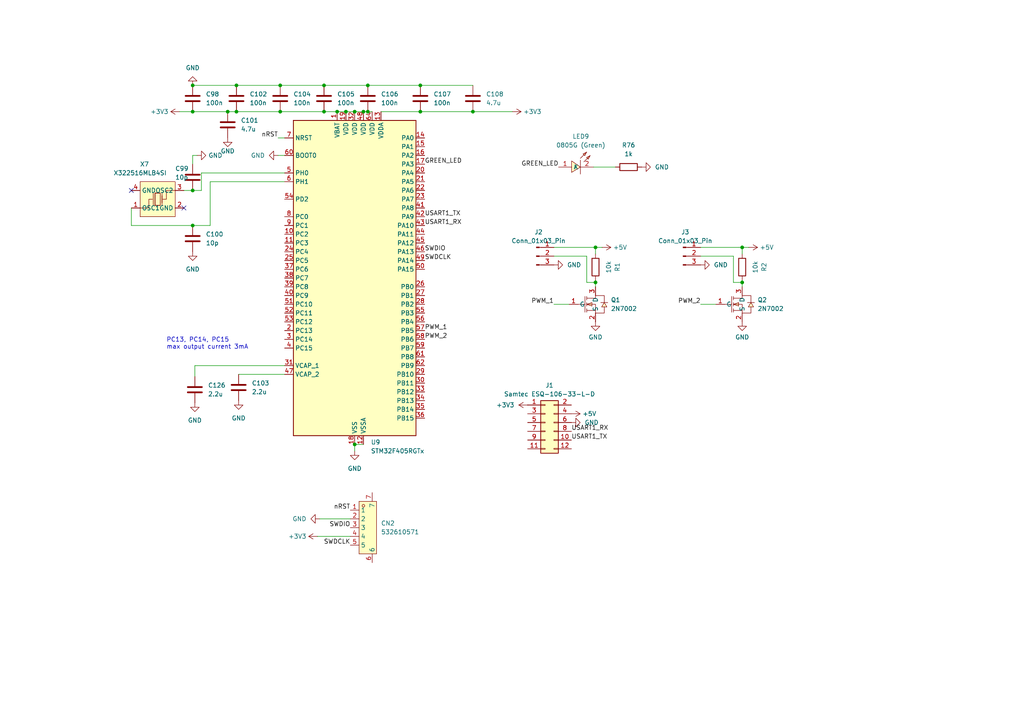
<source format=kicad_sch>
(kicad_sch (version 20250114) (generator "eeschema") (generator_version "9.0")
  (paper "A4")
  (lib_symbols
    (symbol "Connector:Conn_01x03_Pin" (pin_names (offset 1.016) (hide yes))
      (property "Reference" "J" (at 0 5.08 0))
      (property "Value" "Conn_01x03_Pin" (at 0 -5.08 0))
      (symbol "Conn_01x03_Pin_1_1"
        (rectangle (start 0.8636 2.667) (end 0 2.413) (stroke (width 0.1524)) (fill (type outline)))
        (rectangle (start 0.8636 0.127) (end 0 -0.127) (stroke (width 0.1524)) (fill (type outline)))
        (rectangle (start 0.8636 -2.413) (end 0 -2.667) (stroke (width 0.1524)) (fill (type outline)))
        (polyline (pts (xy 1.27 2.54) (xy 0.8636 2.54)) (stroke (width 0.1524)))
        (polyline (pts (xy 1.27 0) (xy 0.8636 0)) (stroke (width 0.1524)))
        (polyline (pts (xy 1.27 -2.54) (xy 0.8636 -2.54)) (stroke (width 0.1524)))
        (pin passive line (at 5.08 2.54 180) (length 3.81) (name "Pin_1") (number "1"))
        (pin passive line (at 5.08 0 180) (length 3.81) (name "Pin_2") (number "2"))
        (pin passive line (at 5.08 -2.54 180) (length 3.81) (name "Pin_3") (number "3"))
      )
    )
    (symbol "Connector_Generic:Conn_02x06_Odd_Even" (pin_names (offset 1.016) (hide yes))
      (property "Reference" "J" (at 1.27 7.62 0))
      (property "Value" "Conn_02x06_Odd_Even" (at 1.27 -10.16 0))
      (symbol "Conn_02x06_Odd_Even_1_1"
        (rectangle (start -1.27 6.35) (end 3.81 -8.89) (stroke (width 0.254)) (fill (type background)))
        (rectangle (start -1.27 5.207) (end 0 4.953) (stroke (width 0.1524)))
        (rectangle (start -1.27 2.667) (end 0 2.413) (stroke (width 0.1524)))
        (rectangle (start -1.27 0.127) (end 0 -0.127) (stroke (width 0.1524)))
        (rectangle (start -1.27 -2.413) (end 0 -2.667) (stroke (width 0.1524)))
        (rectangle (start -1.27 -4.953) (end 0 -5.207) (stroke (width 0.1524)))
        (rectangle (start -1.27 -7.493) (end 0 -7.747) (stroke (width 0.1524)))
        (rectangle (start 3.81 5.207) (end 2.54 4.953) (stroke (width 0.1524)))
        (rectangle (start 3.81 2.667) (end 2.54 2.413) (stroke (width 0.1524)))
        (rectangle (start 3.81 0.127) (end 2.54 -0.127) (stroke (width 0.1524)))
        (rectangle (start 3.81 -2.413) (end 2.54 -2.667) (stroke (width 0.1524)))
        (rectangle (start 3.81 -4.953) (end 2.54 -5.207) (stroke (width 0.1524)))
        (rectangle (start 3.81 -7.493) (end 2.54 -7.747) (stroke (width 0.1524)))
        (pin passive line (at -5.08 5.08 0) (length 3.81) (name "Pin_1") (number "1"))
        (pin passive line (at -5.08 2.54 0) (length 3.81) (name "Pin_3") (number "3"))
        (pin passive line (at -5.08 0 0) (length 3.81) (name "Pin_5") (number "5"))
        (pin passive line (at -5.08 -2.54 0) (length 3.81) (name "Pin_7") (number "7"))
        (pin passive line (at -5.08 -5.08 0) (length 3.81) (name "Pin_9") (number "9"))
        (pin passive line (at -5.08 -7.62 0) (length 3.81) (name "Pin_11") (number "11"))
        (pin passive line (at 7.62 5.08 180) (length 3.81) (name "Pin_2") (number "2"))
        (pin passive line (at 7.62 2.54 180) (length 3.81) (name "Pin_4") (number "4"))
        (pin passive line (at 7.62 0 180) (length 3.81) (name "Pin_6") (number "6"))
        (pin passive line (at 7.62 -2.54 180) (length 3.81) (name "Pin_8") (number "8"))
        (pin passive line (at 7.62 -5.08 180) (length 3.81) (name "Pin_10") (number "10"))
        (pin passive line (at 7.62 -7.62 180) (length 3.81) (name "Pin_12") (number "12"))
      )
    )
    (symbol "Device:C" (pin_numbers (hide yes)) (pin_names (offset 0.254))
      (property "Reference" "C" (at 0.635 2.54 0))
      (property "Value" "C" (at 0.635 -2.54 0))
      (symbol "C_0_1"
        (polyline (pts (xy -2.032 0.762) (xy 2.032 0.762)) (stroke (width 0.508)))
        (polyline (pts (xy -2.032 -0.762) (xy 2.032 -0.762)) (stroke (width 0.508)))
      )
      (symbol "C_1_1"
        (pin passive line (at 0 3.81 270) (length 2.794) (name "~") (number "1"))
        (pin passive line (at 0 -3.81 90) (length 2.794) (name "~") (number "2"))
      )
    )
    (symbol "Device:R" (pin_numbers (hide yes)) (pin_names (offset 0))
      (property "Reference" "R" (at 2.032 0 90))
      (property "Value" "R" (at 0 0 90))
      (symbol "R_0_1"
        (rectangle (start -1.016 -2.54) (end 1.016 2.54) (stroke (width 0.254)))
      )
      (symbol "R_1_1"
        (pin passive line (at 0 3.81 270) (length 1.27) (name "~") (number "1"))
        (pin passive line (at 0 -3.81 90) (length 1.27) (name "~") (number "2"))
      )
    )
    (symbol "MCU_ST_STM32F4:STM32F405RGTx"
      (property "Reference" "U" (at -17.78 46.99 0))
      (property "Value" "STM32F405RGTx" (at 10.16 46.99 0))
      (symbol "STM32F405RGTx_0_1"
        (rectangle (start -17.78 -45.72) (end 17.78 45.72) (stroke (width 0.254)) (fill (type background)))
      )
      (symbol "STM32F405RGTx_1_1"
        (pin input line (at -20.32 40.64 0) (length 2.54) (name "NRST") (number "7"))
        (pin input line (at -20.32 35.56 0) (length 2.54) (name "BOOT0") (number "60"))
        (pin bidirectional line (at -20.32 30.48 0) (length 2.54) (name "PH0") (number "5"))
        (pin bidirectional line (at -20.32 27.94 0) (length 2.54) (name "PH1") (number "6"))
        (pin bidirectional line (at -20.32 22.86 0) (length 2.54) (name "PD2") (number "54"))
        (pin bidirectional line (at -20.32 17.78 0) (length 2.54) (name "PC0") (number "8"))
        (pin bidirectional line (at -20.32 15.24 0) (length 2.54) (name "PC1") (number "9"))
        (pin bidirectional line (at -20.32 12.7 0) (length 2.54) (name "PC2") (number "10"))
        (pin bidirectional line (at -20.32 10.16 0) (length 2.54) (name "PC3") (number "11"))
        (pin bidirectional line (at -20.32 7.62 0) (length 2.54) (name "PC4") (number "24"))
        (pin bidirectional line (at -20.32 5.08 0) (length 2.54) (name "PC5") (number "25"))
        (pin bidirectional line (at -20.32 2.54 0) (length 2.54) (name "PC6") (number "37"))
        (pin bidirectional line (at -20.32 0 0) (length 2.54) (name "PC7") (number "38"))
        (pin bidirectional line (at -20.32 -2.54 0) (length 2.54) (name "PC8") (number "39"))
        (pin bidirectional line (at -20.32 -5.08 0) (length 2.54) (name "PC9") (number "40"))
        (pin bidirectional line (at -20.32 -7.62 0) (length 2.54) (name "PC10") (number "51"))
        (pin bidirectional line (at -20.32 -10.16 0) (length 2.54) (name "PC11") (number "52"))
        (pin bidirectional line (at -20.32 -12.7 0) (length 2.54) (name "PC12") (number "53"))
        (pin bidirectional line (at -20.32 -15.24 0) (length 2.54) (name "PC13") (number "2"))
        (pin bidirectional line (at -20.32 -17.78 0) (length 2.54) (name "PC14") (number "3"))
        (pin bidirectional line (at -20.32 -20.32 0) (length 2.54) (name "PC15") (number "4"))
        (pin power_out line (at -20.32 -25.4 0) (length 2.54) (name "VCAP_1") (number "31"))
        (pin power_out line (at -20.32 -27.94 0) (length 2.54) (name "VCAP_2") (number "47"))
        (pin power_in line (at -5.08 48.26 270) (length 2.54) (name "VBAT") (number "1"))
        (pin power_in line (at -2.54 48.26 270) (length 2.54) (name "VDD") (number "19"))
        (pin power_in line (at 0 48.26 270) (length 2.54) (name "VDD") (number "32"))
        (pin power_in line (at 0 -48.26 90) (length 2.54) (name "VSS") (number "18"))
        (pin passive line (at 0 -48.26 90) (length 2.54) (hide yes) (name "VSS") (number "63"))
        (pin power_in line (at 2.54 48.26 270) (length 2.54) (name "VDD") (number "48"))
        (pin power_in line (at 2.54 -48.26 90) (length 2.54) (name "VSSA") (number "12"))
        (pin power_in line (at 5.08 48.26 270) (length 2.54) (name "VDD") (number "64"))
        (pin power_in line (at 7.62 48.26 270) (length 2.54) (name "VDDA") (number "13"))
        (pin bidirectional line (at 20.32 40.64 180) (length 2.54) (name "PA0") (number "14"))
        (pin bidirectional line (at 20.32 38.1 180) (length 2.54) (name "PA1") (number "15"))
        (pin bidirectional line (at 20.32 35.56 180) (length 2.54) (name "PA2") (number "16"))
        (pin bidirectional line (at 20.32 33.02 180) (length 2.54) (name "PA3") (number "17"))
        (pin bidirectional line (at 20.32 30.48 180) (length 2.54) (name "PA4") (number "20"))
        (pin bidirectional line (at 20.32 27.94 180) (length 2.54) (name "PA5") (number "21"))
        (pin bidirectional line (at 20.32 25.4 180) (length 2.54) (name "PA6") (number "22"))
        (pin bidirectional line (at 20.32 22.86 180) (length 2.54) (name "PA7") (number "23"))
        (pin bidirectional line (at 20.32 20.32 180) (length 2.54) (name "PA8") (number "41"))
        (pin bidirectional line (at 20.32 17.78 180) (length 2.54) (name "PA9") (number "42"))
        (pin bidirectional line (at 20.32 15.24 180) (length 2.54) (name "PA10") (number "43"))
        (pin bidirectional line (at 20.32 12.7 180) (length 2.54) (name "PA11") (number "44"))
        (pin bidirectional line (at 20.32 10.16 180) (length 2.54) (name "PA12") (number "45"))
        (pin bidirectional line (at 20.32 7.62 180) (length 2.54) (name "PA13") (number "46"))
        (pin bidirectional line (at 20.32 5.08 180) (length 2.54) (name "PA14") (number "49"))
        (pin bidirectional line (at 20.32 2.54 180) (length 2.54) (name "PA15") (number "50"))
        (pin bidirectional line (at 20.32 -2.54 180) (length 2.54) (name "PB0") (number "26"))
        (pin bidirectional line (at 20.32 -5.08 180) (length 2.54) (name "PB1") (number "27"))
        (pin bidirectional line (at 20.32 -7.62 180) (length 2.54) (name "PB2") (number "28"))
        (pin bidirectional line (at 20.32 -10.16 180) (length 2.54) (name "PB3") (number "55"))
        (pin bidirectional line (at 20.32 -12.7 180) (length 2.54) (name "PB4") (number "56"))
        (pin bidirectional line (at 20.32 -15.24 180) (length 2.54) (name "PB5") (number "57"))
        (pin bidirectional line (at 20.32 -17.78 180) (length 2.54) (name "PB6") (number "58"))
        (pin bidirectional line (at 20.32 -20.32 180) (length 2.54) (name "PB7") (number "59"))
        (pin bidirectional line (at 20.32 -22.86 180) (length 2.54) (name "PB8") (number "61"))
        (pin bidirectional line (at 20.32 -25.4 180) (length 2.54) (name "PB9") (number "62"))
        (pin bidirectional line (at 20.32 -27.94 180) (length 2.54) (name "PB10") (number "29"))
        (pin bidirectional line (at 20.32 -30.48 180) (length 2.54) (name "PB11") (number "30"))
        (pin bidirectional line (at 20.32 -33.02 180) (length 2.54) (name "PB12") (number "33"))
        (pin bidirectional line (at 20.32 -35.56 180) (length 2.54) (name "PB13") (number "34"))
        (pin bidirectional line (at 20.32 -38.1 180) (length 2.54) (name "PB14") (number "35"))
        (pin bidirectional line (at 20.32 -40.64 180) (length 2.54) (name "PB15") (number "36"))
      )
    )
    (symbol "Rocketry_Easyeda:0805G(Green)"
      (property "Reference" "LED" (at 0 5.08 0))
      (property "Value" "0805G (Green)" (at 0 -5.08 0))
      (symbol "0805G(Green)_0_1"
        (polyline (pts (xy -4.06 3.3) (xy -3.05 2.79) (xy -3.56 2.29) (xy -4.06 3.3)) (fill (type background)))
        (polyline (pts (xy -3.05 4.32) (xy -2.03 3.81) (xy -2.54 3.3) (xy -3.05 4.32)) (fill (type background)))
        (polyline (pts (xy -2.29 1.52) (xy -4.06 3.3)))
        (polyline (pts (xy -1.27 2.54) (xy -3.05 4.32)))
        (polyline (pts (xy -1.27 2.03) (xy -1.27 -2.03)))
        (polyline (pts (xy 1.27 -1.52) (xy -1.27 0) (xy 1.27 1.78) (xy 1.27 -1.52)) (fill (type background)))
        (pin unspecified line (at -5.08 0 0) (length 3.81) (name "K") (number "2"))
        (pin unspecified line (at 5.08 0 180) (length 3.81) (name "A") (number "1"))
      )
    )
    (symbol "Rocketry_Easyeda:2N7002"
      (property "Reference" "Q" (at 0 10.16 0))
      (property "Value" "2N7002" (at 0 -10.16 0))
      (symbol "2N7002_0_1"
        (polyline (pts (xy -2.54 0) (xy -0.51 0)))
        (polyline (pts (xy -0.51 2.29) (xy -0.51 -2.29)))
        (polyline (pts (xy 0 2.29) (xy 0 1.27)))
        (polyline (pts (xy 0 1.78) (xy 2.54 1.78) (xy 2.54 2.54) (xy 5.08 2.54) (xy 5.08 0.51)))
        (polyline (pts (xy 0 0) (xy 1.52 -0.51) (xy 1.52 0.51) (xy 0 0)) (fill (type background)))
        (polyline (pts (xy 0 0) (xy 2.54 0) (xy 2.54 -2.54) (xy 5.08 -2.54) (xy 5.08 -0.76)))
        (polyline (pts (xy 0 -0.51) (xy 0 0.51)))
        (polyline (pts (xy 0 -2.29) (xy 0 -1.27)))
        (polyline (pts (xy 2.54 -1.78) (xy 0 -1.78)))
        (polyline (pts (xy 5.08 0.51) (xy 4.32 -0.76) (xy 5.84 -0.76) (xy 5.08 0.51)) (fill (type background)))
        (polyline (pts (xy 6.1 0.51) (xy 5.59 0.51) (xy 4.57 0.51) (xy 4.06 0.51)))
        (pin unspecified line (at -5.08 0 0) (length 2.54) (name "G") (number "1"))
        (pin unspecified line (at 2.54 5.08 270) (length 2.54) (name "D") (number "3"))
        (pin unspecified line (at 2.54 -5.08 90) (length 2.54) (name "S") (number "2"))
      )
    )
    (symbol "Rocketry_Easyeda:532610571"
      (property "Reference" "CN" (at 0 15.24 0))
      (property "Value" "532610571" (at 0 -15.24 0))
      (symbol "532610571_0_1"
        (rectangle (start -1.27 7.62) (end 3.81 -7.62) (fill (type background)))
        (circle (center 0 6.35) (radius 0.38))
        (pin unspecified line (at -3.81 5.08 0) (length 2.54) (name "1") (number "1"))
        (pin unspecified line (at -3.81 2.54 0) (length 2.54) (name "2") (number "2"))
        (pin unspecified line (at -3.81 0 0) (length 2.54) (name "3") (number "3"))
        (pin unspecified line (at -3.81 -2.54 0) (length 2.54) (name "4") (number "4"))
        (pin unspecified line (at -3.81 -5.08 0) (length 2.54) (name "5") (number "5"))
        (pin unspecified line (at 2.54 10.16 270) (length 2.54) (name "7") (number "7"))
        (pin unspecified line (at 2.54 -10.16 90) (length 2.54) (name "6") (number "6"))
      )
    )
    (symbol "Rocketry_Easyeda:X322516MLB4SI"
      (property "Reference" "X" (at 0 7.62 0))
      (property "Value" "X322516MLB4SI" (at 0 -7.62 0))
      (symbol "X322516MLB4SI_0_1"
        (rectangle (start -5.08 5.08) (end 5.08 -5.08) (fill (type background)))
        (polyline (pts (xy -5.08 -2.54) (xy -2.54 -2.54) (xy -2.54 0) (xy -1.52 0)))
        (polyline (pts (xy -1.27 -1.02) (xy -1.27 1.02)))
        (polyline (pts (xy -1.27 -1.78) (xy -1.27 1.78)))
        (polyline (pts (xy -0.76 -1.78) (xy -0.76 1.78) (xy 0.76 1.78) (xy 0.76 -1.78)))
        (polyline (pts (xy 0.76 1.78) (xy 0.76 -1.78) (xy -0.76 -1.78) (xy -0.76 1.78) (xy 0.76 1.78)) (fill (type background)))
        (polyline (pts (xy 0.76 -1.78) (xy -0.76 -1.78)))
        (polyline (pts (xy 1.27 -1.02) (xy 1.27 1.02)))
        (polyline (pts (xy 1.27 -1.78) (xy 1.27 1.78)))
        (polyline (pts (xy 5.08 2.54) (xy 2.54 2.54) (xy 2.54 0) (xy 1.52 0)))
        (pin unspecified line (at -7.62 2.54 0) (length 2.54) (name "GND") (number "4"))
        (pin unspecified line (at -7.62 -2.54 0) (length 2.54) (name "OSC1") (number "1"))
        (pin unspecified line (at 7.62 2.54 180) (length 2.54) (name "OSC2") (number "3"))
        (pin unspecified line (at 7.62 -2.54 180) (length 2.54) (name "GND") (number "2"))
      )
    )
    (symbol "power:+3V3" (power) (pin_numbers (hide yes)) (pin_names (offset 0) (hide yes))
      (property "Value" "+3V3" (at 0 3.556 0))
      (symbol "+3V3_0_1"
        (polyline (pts (xy -0.762 1.27) (xy 0 2.54)))
        (polyline (pts (xy 0 2.54) (xy 0.762 1.27)))
        (polyline (pts (xy 0 0) (xy 0 2.54)))
      )
      (symbol "+3V3_1_1"
        (pin power_in line (at 0 0 90) (length 0) (name "~") (number "1"))
      )
    )
    (symbol "power:+5V" (power) (pin_numbers (hide yes)) (pin_names (offset 0) (hide yes))
      (property "Value" "+5V" (at 0 3.556 0))
      (symbol "+5V_0_1"
        (polyline (pts (xy -0.762 1.27) (xy 0 2.54)))
        (polyline (pts (xy 0 2.54) (xy 0.762 1.27)))
        (polyline (pts (xy 0 0) (xy 0 2.54)))
      )
      (symbol "+5V_1_1"
        (pin power_in line (at 0 0 90) (length 0) (name "~") (number "1"))
      )
    )
    (symbol "power:GND" (power) (pin_names (offset 0))
      (property "Value" "GND" (at 0 -3.81 0))
      (symbol "GND_0_1"
        (polyline (pts (xy 0 0) (xy 0 -1.27) (xy 1.27 -1.27) (xy 0 -2.54) (xy -1.27 -1.27) (xy 0 -1.27)))
      )
      (symbol "GND_1_1"
        (pin power_in line (at 0 0 270) (length 0) (hide yes) (name "GND") (number "1"))
      )
    )
  )
  (text "PC13, PC14, PC15\nmax output current 3mA" (at 48.26 99.695 0) (effects (font (size 1.27 1.27)) (justify left)))
  (junction (at 215.265 81.915))
  (junction (at 137.16 32.385))
  (junction (at 93.98 24.765))
  (junction (at 106.68 32.385))
  (junction (at 55.88 32.385))
  (junction (at 100.33 32.385))
  (junction (at 93.98 32.385))
  (junction (at 68.58 24.765))
  (junction (at 81.28 32.385))
  (junction (at 55.88 65.405))
  (junction (at 215.265 71.755))
  (junction (at 81.28 24.765))
  (junction (at 97.79 32.385))
  (junction (at 55.88 24.765))
  (junction (at 55.88 55.245))
  (junction (at 121.92 32.385))
  (junction (at 102.87 128.905))
  (junction (at 172.72 81.915))
  (junction (at 121.92 24.765))
  (junction (at 105.41 32.385))
  (junction (at 102.87 32.385))
  (junction (at 68.58 32.385))
  (junction (at 66.04 32.385))
  (junction (at 106.68 24.765))
  (junction (at 172.72 71.755))
  (no_connect (at 38.1 55.245))
  (no_connect (at 53.34 60.325))
  (wire (pts (xy 174.625 71.755) (xy 172.72 71.755)))
  (wire (pts (xy 110.49 32.385) (xy 121.92 32.385)))
  (wire (pts (xy 52.07 32.385) (xy 55.88 32.385)))
  (wire (pts (xy 81.28 32.385) (xy 93.98 32.385)))
  (wire (pts (xy 137.16 32.385) (xy 148.59 32.385)))
  (wire (pts (xy 69.215 108.585) (xy 82.55 108.585)))
  (wire (pts (xy 60.96 52.705) (xy 60.96 65.405)))
  (wire (pts (xy 68.58 32.385) (xy 81.28 32.385)))
  (wire (pts (xy 55.88 65.405) (xy 38.1 65.405)))
  (wire (pts (xy 92.71 150.495) (xy 101.6 150.495)))
  (wire (pts (xy 53.34 55.245) (xy 55.88 55.245)))
  (wire (pts (xy 172.72 81.28) (xy 172.72 81.915)))
  (wire (pts (xy 100.33 32.385) (xy 102.87 32.385)))
  (wire (pts (xy 93.98 24.765) (xy 106.68 24.765)))
  (wire (pts (xy 215.265 81.915) (xy 215.265 83.185)))
  (wire (pts (xy 56.515 106.045) (xy 82.55 106.045)))
  (wire (pts (xy 102.87 32.385) (xy 105.41 32.385)))
  (wire (pts (xy 172.72 71.755) (xy 172.72 73.66)))
  (wire (pts (xy 56.515 109.22) (xy 56.515 106.045)))
  (wire (pts (xy 57.15 45.085) (xy 55.88 45.085)))
  (wire (pts (xy 203.2 74.295) (xy 212.725 74.295)))
  (wire (pts (xy 66.04 32.385) (xy 68.58 32.385)))
  (wire (pts (xy 92.075 155.575) (xy 101.6 155.575)))
  (wire (pts (xy 97.79 32.385) (xy 100.33 32.385)))
  (wire (pts (xy 60.96 65.405) (xy 55.88 65.405)))
  (wire (pts (xy 106.68 24.765) (xy 121.92 24.765)))
  (wire (pts (xy 38.1 65.405) (xy 38.1 60.325)))
  (wire (pts (xy 121.92 24.765) (xy 137.16 24.765)))
  (wire (pts (xy 170.18 81.915) (xy 172.72 81.915)))
  (wire (pts (xy 215.265 81.28) (xy 215.265 81.915)))
  (wire (pts (xy 80.645 45.085) (xy 82.55 45.085)))
  (wire (pts (xy 212.725 74.295) (xy 212.725 81.915)))
  (wire (pts (xy 160.655 88.265) (xy 165.1 88.265)))
  (wire (pts (xy 172.72 81.915) (xy 172.72 83.185)))
  (wire (pts (xy 170.18 74.295) (xy 170.18 81.915)))
  (wire (pts (xy 68.58 24.765) (xy 81.28 24.765)))
  (wire (pts (xy 172.72 71.755) (xy 160.655 71.755)))
  (wire (pts (xy 55.88 32.385) (xy 66.04 32.385)))
  (wire (pts (xy 102.87 128.905) (xy 105.41 128.905)))
  (wire (pts (xy 172.1513 48.4618) (xy 178.5013 48.4618)))
  (wire (pts (xy 80.645 40.005) (xy 82.55 40.005)))
  (wire (pts (xy 55.88 24.765) (xy 68.58 24.765)))
  (wire (pts (xy 215.265 71.755) (xy 215.265 73.66)))
  (wire (pts (xy 217.17 71.755) (xy 215.265 71.755)))
  (wire (pts (xy 58.42 50.165) (xy 82.55 50.165)))
  (wire (pts (xy 55.88 45.085) (xy 55.88 47.625)))
  (wire (pts (xy 55.88 55.245) (xy 58.42 55.245)))
  (wire (pts (xy 106.68 32.385) (xy 107.95 32.385)))
  (wire (pts (xy 121.92 32.385) (xy 137.16 32.385)))
  (wire (pts (xy 105.41 32.385) (xy 106.68 32.385)))
  (wire (pts (xy 212.725 81.915) (xy 215.265 81.915)))
  (wire (pts (xy 215.265 71.755) (xy 203.2 71.755)))
  (wire (pts (xy 102.87 130.81) (xy 102.87 128.905)))
  (wire (pts (xy 160.655 74.295) (xy 170.18 74.295)))
  (wire (pts (xy 58.42 55.245) (xy 58.42 50.165)))
  (wire (pts (xy 81.28 24.765) (xy 93.98 24.765)))
  (wire (pts (xy 93.98 32.385) (xy 97.79 32.385)))
  (wire (pts (xy 203.2 88.265) (xy 207.645 88.265)))
  (wire (pts (xy 60.96 52.705) (xy 82.55 52.705)))
  (label "PWM_1" (at 123.19 95.885 0))
  (label "USART1_TX" (at 123.19 62.865 0))
  (label "GREEN_LED" (at 161.9913 48.4618 180))
  (label "USART1_RX" (at 123.19 65.405 0))
  (label "nRST" (at 80.645 40.005 180))
  (label "PWM_2" (at 123.19 98.425 0))
  (label "USART1_TX" (at 165.735 127.635 0))
  (label "PWM_2" (at 203.2 88.265 180))
  (label "SWDCLK" (at 123.19 75.565 0))
  (label "PWM_1" (at 160.655 88.265 180))
  (label "USART1_RX" (at 165.735 125.095 0))
  (label "SWDCLK" (at 101.6 158.115 180))
  (label "SWDIO" (at 123.19 73.025 0))
  (label "GREEN_LED" (at 123.19 47.625 0))
  (label "nRST" (at 101.6 147.955 180))
  (label "SWDIO" (at 101.6 153.035 180))
  (symbol (lib_id "power:+5V") (at 165.735 120.015 270) (unit 1)
    (property "Reference" "#PWR05" (effects (hide yes)))
    (property "Value" "+5V" (at 168.91 120.0149 90) (effects (justify left)))
    (property "Description" "Power symbol creates a global label with name \"+5V\"" (effects (hide yes)))
  )
  (symbol (lib_id "power:+3V3") (at 148.59 32.385 270) (unit 1)
    (property "Reference" "#PWR02" (effects (hide yes)))
    (property "Value" "+3V3" (at 151.765 32.3849 90) (effects (justify left)))
    (property "Description" "Power symbol creates a global label with name \"+3V3\"" (effects (hide yes)))
  )
  (symbol (lib_id "power:GND") (at 92.71 150.495 270) (unit 1)
    (property "Reference" "#PWR0199" (effects (hide yes)))
    (property "Value" "GND" (at 88.9 150.4949 90) (effects (justify right)))
  )
  (symbol (lib_id "power:GND") (at 56.515 116.84 0) (unit 1)
    (property "Reference" "#PWR0108" (effects (hide yes)))
    (property "Value" "GND" (at 56.515 121.92 0))
  )
  (symbol (lib_id "Device:R") (at 172.72 77.47 180) (unit 1)
    (property "Reference" "R1" (at 179.07 77.47 90))
    (property "Value" "10k" (at 176.53 77.47 90))
    (property "Footprint" "Resistor_SMD:R_0603_1608Metric" (effects (hide yes)))
    (property "Description" "Resistor" (effects (hide yes)))
  )
  (symbol (lib_id "Device:C") (at 93.98 28.575 0) (unit 1)
    (property "Reference" "C105" (at 97.79 27.3049 0) (effects (justify left)))
    (property "Value" "100n" (at 97.79 29.8449 0) (effects (justify left)))
    (property "Footprint" "Capacitor_SMD:C_0402_1005Metric" (effects (hide yes)))
  )
  (symbol (lib_id "power:+3V3") (at 92.075 155.575 90) (unit 1)
    (property "Reference" "#PWR03" (effects (hide yes)))
    (property "Value" "+3V3" (at 88.9 155.5749 90) (effects (justify left)))
    (property "Description" "Power symbol creates a global label with name \"+3V3\"" (effects (hide yes)))
  )
  (symbol (lib_id "power:+5V") (at 174.625 71.755 270) (unit 1)
    (property "Reference" "#PWR07" (effects (hide yes)))
    (property "Value" "+5V" (at 177.8 71.7549 90) (effects (justify left)))
    (property "Description" "Power symbol creates a global label with name \"+5V\"" (effects (hide yes)))
  )
  (symbol (lib_id "Rocketry_Easyeda:X322516MLB4SI") (at 45.72 57.785 0) (unit 1)
    (property "Reference" "X7" (at 41.91 47.625 0))
    (property "Value" "X322516MLB4SI" (at 40.64 50.165 0))
    (property "Footprint" "Rocketry_Easyeda:OSC-SMD_4P-L3.2-W2.5-BL" (effects (hide yes)))
    (property "Datasheet" "https://lcsc.com/product-detail/SMD-Crystals_YSX321SL-16MHZ-9PF-10PPM-40-85_C13738.html" (effects (hide yes)))
    (property "LCSC Part" "C13738" (effects (hide yes)))
  )
  (symbol (lib_id "Device:C") (at 106.68 28.575 0) (unit 1)
    (property "Reference" "C106" (at 110.49 27.3049 0) (effects (justify left)))
    (property "Value" "100n" (at 110.49 29.8449 0) (effects (justify left)))
    (property "Footprint" "Capacitor_SMD:C_0402_1005Metric" (effects (hide yes)))
  )
  (symbol (lib_id "power:GND") (at 203.2 76.835 90) (unit 1)
    (property "Reference" "#PWR08" (effects (hide yes)))
    (property "Value" "GND" (at 207.01 76.8349 90) (effects (justify right)))
  )
  (symbol (lib_id "Device:C") (at 68.58 28.575 0) (unit 1)
    (property "Reference" "C102" (at 72.39 27.3049 0) (effects (justify left)))
    (property "Value" "100n" (at 72.39 29.8449 0) (effects (justify left)))
    (property "Footprint" "Capacitor_SMD:C_0402_1005Metric" (effects (hide yes)))
  )
  (symbol (lib_id "power:+3V3") (at 52.07 32.385 90) (unit 1)
    (property "Reference" "#PWR01" (effects (hide yes)))
    (property "Value" "+3V3" (at 48.895 32.3849 90) (effects (justify left)))
    (property "Description" "Power symbol creates a global label with name \"+3V3\"" (effects (hide yes)))
  )
  (symbol (lib_id "power:GND") (at 172.72 93.345 0) (unit 1)
    (property "Reference" "#PWR011" (effects (hide yes)))
    (property "Value" "GND" (at 172.72 97.79 0))
  )
  (symbol (lib_id "Device:R") (at 215.265 77.47 180) (unit 1)
    (property "Reference" "R2" (at 221.615 77.47 90))
    (property "Value" "10k" (at 219.075 77.47 90))
    (property "Footprint" "Resistor_SMD:R_0603_1608Metric" (effects (hide yes)))
    (property "Description" "Resistor" (effects (hide yes)))
  )
  (symbol (lib_id "Device:C") (at 137.16 28.575 0) (unit 1)
    (property "Reference" "C108" (at 140.97 27.3049 0) (effects (justify left)))
    (property "Value" "4.7u" (at 140.97 29.8449 0) (effects (justify left)))
    (property "Footprint" "Capacitor_SMD:C_0402_1005Metric" (effects (hide yes)))
  )
  (symbol (lib_id "Device:C") (at 55.88 28.575 0) (unit 1)
    (property "Reference" "C98" (at 59.69 27.3049 0) (effects (justify left)))
    (property "Value" "100n" (at 59.69 29.8449 0) (effects (justify left)))
    (property "Footprint" "Capacitor_SMD:C_0402_1005Metric" (effects (hide yes)))
  )
  (symbol (lib_id "power:GND") (at 102.87 130.81 0) (unit 1)
    (property "Reference" "#PWR0200" (effects (hide yes)))
    (property "Value" "GND" (at 102.87 135.89 0))
  )
  (symbol (lib_id "Device:C") (at 121.92 28.575 0) (unit 1)
    (property "Reference" "C107" (at 125.73 27.3049 0) (effects (justify left)))
    (property "Value" "100n" (at 125.73 29.8449 0) (effects (justify left)))
    (property "Footprint" "Capacitor_SMD:C_0402_1005Metric" (effects (hide yes)))
  )
  (symbol (lib_id "Device:C") (at 69.215 112.395 0) (unit 1)
    (property "Reference" "C103" (at 73.025 111.1249 0) (effects (justify left)))
    (property "Value" "2.2u" (at 73.025 113.6649 0) (effects (justify left)))
    (property "Footprint" "Capacitor_SMD:C_0402_1005Metric" (effects (hide yes)))
  )
  (symbol (lib_id "power:GND") (at 160.655 76.835 90) (unit 1)
    (property "Reference" "#PWR09" (effects (hide yes)))
    (property "Value" "GND" (at 164.465 76.8349 90) (effects (justify right)))
  )
  (symbol (lib_id "Connector:Conn_01x03_Pin") (at 198.12 74.295 0) (unit 1)
    (property "Reference" "J3" (at 198.755 67.31 0))
    (property "Value" "Conn_01x03_Pin" (at 198.755 69.85 0))
    (property "Footprint" "Connector_PinHeader_2.54mm:PinHeader_1x03_P2.54mm_Vertical" (effects (hide yes)))
    (property "Description" "Generic connector, single row, 01x03, script generated" (effects (hide yes)))
  )
  (symbol (lib_id "power:GND") (at 165.735 122.555 90) (unit 1)
    (property "Reference" "#PWR06" (effects (hide yes)))
    (property "Value" "GND" (at 169.545 122.5549 90) (effects (justify right)))
  )
  (symbol (lib_id "Rocketry_Easyeda:532610571") (at 105.41 153.035 0) (unit 1)
    (property "Reference" "CN2" (at 110.49 151.7649 0) (effects (justify left)))
    (property "Value" "532610571" (at 110.49 154.3049 0) (effects (justify left)))
    (property "Footprint" "Rocketry_Easyeda:CONN-SMD_5P-P1.25_532610571-2" (effects (hide yes)))
    (property "Datasheet" "https://lcsc.com/product-detail/Wire-To-Board-Wire-To-Wire-Connector_MOLEX-532610571_C392176.html" (effects (hide yes)))
    (property "LCSC Part" "C392176" (effects (hide yes)))
  )
  (symbol (lib_id "power:GND") (at 186.1213 48.4618 90) (unit 1)
    (property "Reference" "#PWR0202" (effects (hide yes)))
    (property "Value" "GND" (at 189.9313 48.4617 90) (effects (justify right)))
    (property "Description" "Power symbol creates a global label with name \"GND\" , ground" (effects (hide yes)))
  )
  (symbol (lib_id "Rocketry_Easyeda:2N7002") (at 170.18 88.265 0) (unit 1)
    (property "Reference" "Q1" (at 177.165 86.9949 0) (effects (justify left)))
    (property "Value" "2N7002" (at 177.165 89.5349 0) (effects (justify left)))
    (property "Footprint" "Rocketry_Easyeda:SOT-23-3_L2.9-W1.3-P1.90-LS2.4-BR" (effects (hide yes)))
    (property "Datasheet" "https://lcsc.com/product-detail/MOSFET_2N7002-7002_C8545.html" (effects (hide yes)))
    (property "LCSC Part" "C8545" (effects (hide yes)))
  )
  (symbol (lib_id "Device:C") (at 55.88 69.215 0) (unit 1)
    (property "Reference" "C100" (at 59.69 67.9449 0) (effects (justify left)))
    (property "Value" "10p" (at 59.69 70.4849 0) (effects (justify left)))
    (property "Footprint" "Capacitor_SMD:C_0402_1005Metric" (effects (hide yes)))
  )
  (symbol (lib_id "Device:C") (at 81.28 28.575 0) (unit 1)
    (property "Reference" "C104" (at 85.09 27.3049 0) (effects (justify left)))
    (property "Value" "100n" (at 85.09 29.8449 0) (effects (justify left)))
    (property "Footprint" "Capacitor_SMD:C_0402_1005Metric" (effects (hide yes)))
  )
  (symbol (lib_id "power:+5V") (at 217.17 71.755 270) (unit 1)
    (property "Reference" "#PWR012" (effects (hide yes)))
    (property "Value" "+5V" (at 220.345 71.7549 90) (effects (justify left)))
    (property "Description" "Power symbol creates a global label with name \"+5V\"" (effects (hide yes)))
  )
  (symbol (lib_id "Rocketry_Easyeda:0805G(Green)") (at 167.0713 48.4618 0) (mirror y) (unit 1)
    (property "Reference" "LED9" (at 168.4663 39.5718 0))
    (property "Value" "0805G (Green)" (at 168.4663 42.1118 0))
    (property "Footprint" "Rocketry_Easyeda:LED0805-R-RD" (effects (hide yes)))
    (property "Datasheet" "https://lcsc.com/product-detail/Light-Emitting-Diodes-LED_Green-0805-Highlighted_C2297.html" (effects (hide yes)))
    (property "LCSC Part" "C2297" (effects (hide yes)))
  )
  (symbol (lib_id "Device:C") (at 55.88 51.435 0) (unit 1)
    (property "Reference" "C99" (at 50.8 48.895 0) (effects (justify left)))
    (property "Value" "10p" (at 50.8 51.435 0) (effects (justify left)))
    (property "Footprint" "Capacitor_SMD:C_0402_1005Metric" (effects (hide yes)))
  )
  (symbol (lib_id "power:GND") (at 57.15 45.085 90) (unit 1)
    (property "Reference" "#PWR0195" (effects (hide yes)))
    (property "Value" "GND" (at 60.4382 45.085 90) (effects (justify right)))
  )
  (symbol (lib_id "Connector:Conn_01x03_Pin") (at 155.575 74.295 0) (unit 1)
    (property "Reference" "J2" (at 156.21 67.31 0))
    (property "Value" "Conn_01x03_Pin" (at 156.21 69.85 0))
    (property "Footprint" "Connector_PinHeader_2.54mm:PinHeader_1x03_P2.54mm_Vertical" (effects (hide yes)))
    (property "Description" "Generic connector, single row, 01x03, script generated" (effects (hide yes)))
  )
  (symbol (lib_id "power:GND") (at 215.265 93.345 0) (unit 1)
    (property "Reference" "#PWR010" (effects (hide yes)))
    (property "Value" "GND" (at 215.265 97.79 0))
  )
  (symbol (lib_id "Device:C") (at 66.04 36.195 0) (unit 1)
    (property "Reference" "C101" (at 69.85 34.9249 0) (effects (justify left)))
    (property "Value" "4.7u" (at 69.85 37.4649 0) (effects (justify left)))
    (property "Footprint" "Capacitor_SMD:C_0402_1005Metric" (effects (hide yes)))
  )
  (symbol (lib_id "power:GND") (at 55.88 24.765 180) (unit 1)
    (property "Reference" "#PWR0193" (effects (hide yes)))
    (property "Value" "GND" (at 55.88 19.685 0))
  )
  (symbol (lib_id "Rocketry_Easyeda:2N7002") (at 212.725 88.265 0) (unit 1)
    (property "Reference" "Q2" (at 219.71 86.9949 0) (effects (justify left)))
    (property "Value" "2N7002" (at 219.71 89.5349 0) (effects (justify left)))
    (property "Footprint" "Rocketry_Easyeda:SOT-23-3_L2.9-W1.3-P1.90-LS2.4-BR" (effects (hide yes)))
    (property "Datasheet" "https://lcsc.com/product-detail/MOSFET_2N7002-7002_C8545.html" (effects (hide yes)))
    (property "LCSC Part" "C8545" (effects (hide yes)))
  )
  (symbol (lib_id "power:GND") (at 69.215 116.205 0) (unit 1)
    (property "Reference" "#PWR0197" (effects (hide yes)))
    (property "Value" "GND" (at 69.215 121.285 0))
  )
  (symbol (lib_id "Device:R") (at 182.3113 48.4618 270) (unit 1)
    (property "Reference" "R76" (at 182.3113 42.1118 90))
    (property "Value" "1k" (at 182.3113 44.6518 90))
    (property "Footprint" "Resistor_SMD:R_0603_1608Metric" (effects (hide yes)))
    (property "Description" "Resistor" (effects (hide yes)))
  )
  (symbol (lib_id "Connector_Generic:Conn_02x06_Odd_Even") (at 158.115 122.555 0) (unit 1)
    (property "Reference" "J1" (at 159.385 111.76 0))
    (property "Value" "Samtec ESQ-106-33-L-D" (at 159.385 114.3 0))
    (property "Footprint" "Connector_PinSocket_2.54mm:PinSocket_2x06_P2.54mm_Vertical" (effects (hide yes)))
    (property "Description" "Generic connector, double row, 02x06, odd/even pin numbering scheme (row 1 odd numbers, row 2 even numbers), script generated (kicad-library-utils/schlib/autogen/connector/)" (effects (hide yes)))
  )
  (symbol (lib_id "power:GND") (at 80.645 45.085 270) (unit 1)
    (property "Reference" "#PWR0198" (effects (hide yes)))
    (property "Value" "GND" (at 76.835 45.085 90) (effects (justify right)))
  )
  (symbol (lib_id "power:+3V3") (at 153.035 117.475 90) (unit 1)
    (property "Reference" "#PWR04" (effects (hide yes)))
    (property "Value" "+3V3" (at 149.225 117.4749 90) (effects (justify left)))
    (property "Description" "Power symbol creates a global label with name \"+3V3\"" (effects (hide yes)))
  )
  (symbol (lib_id "power:GND") (at 55.88 73.025 0) (unit 1)
    (property "Reference" "#PWR0194" (effects (hide yes)))
    (property "Value" "GND" (at 55.88 78.105 0))
  )
  (symbol (lib_id "MCU_ST_STM32F4:STM32F405RGTx") (at 102.87 80.645 0) (unit 1)
    (property "Reference" "U9" (at 107.5533 128.27 0) (effects (justify left)))
    (property "Value" "STM32F405RGTx" (at 107.5533 130.81 0) (effects (justify left)))
    (property "Footprint" "Package_QFP:LQFP-64_10x10mm_P0.5mm" (effects (hide yes)))
    (property "Datasheet" "https://www.st.com/resource/en/datasheet/stm32f405rg.pdf" (effects (hide yes)))
    (property "Description" "STMicroelectronics Arm Cortex-M4 MCU, 1024KB flash, 192KB RAM, 168 MHz, 1.8-3.6V, 51 GPIO, LQFP64" (effects (hide yes)))
  )
  (symbol (lib_id "power:GND") (at 66.04 40.005 0) (unit 1)
    (property "Reference" "#PWR0196" (effects (hide yes)))
    (property "Value" "GND" (at 66.04 43.815 0))
  )
  (symbol (lib_id "Device:C") (at 56.515 113.03 0) (unit 1)
    (property "Reference" "C126" (at 60.325 111.7599 0) (effects (justify left)))
    (property "Value" "2.2u" (at 60.325 114.2999 0) (effects (justify left)))
    (property "Footprint" "Capacitor_SMD:C_0402_1005Metric" (effects (hide yes)))
  )
)
</source>
